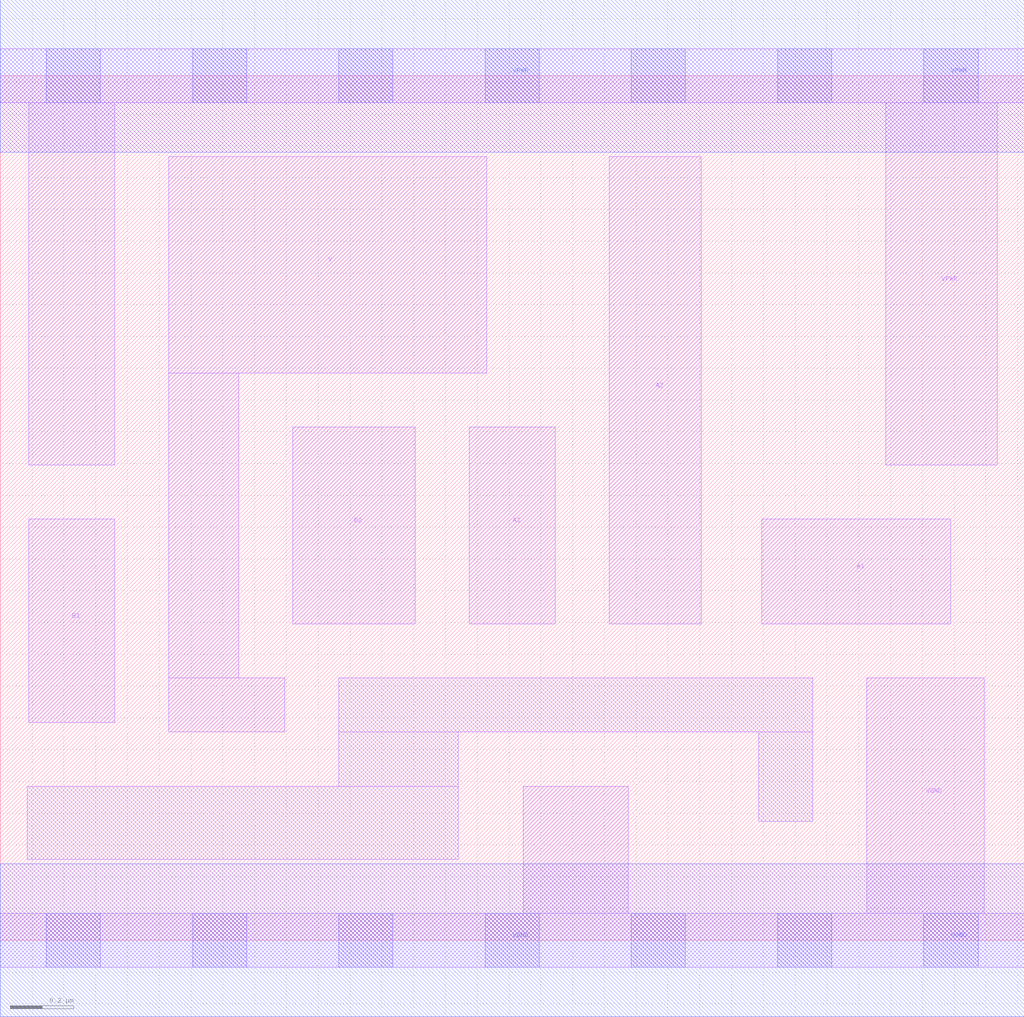
<source format=lef>
# Copyright 2020 The SkyWater PDK Authors
#
# Licensed under the Apache License, Version 2.0 (the "License");
# you may not use this file except in compliance with the License.
# You may obtain a copy of the License at
#
#     https://www.apache.org/licenses/LICENSE-2.0
#
# Unless required by applicable law or agreed to in writing, software
# distributed under the License is distributed on an "AS IS" BASIS,
# WITHOUT WARRANTIES OR CONDITIONS OF ANY KIND, either express or implied.
# See the License for the specific language governing permissions and
# limitations under the License.
#
# SPDX-License-Identifier: Apache-2.0

VERSION 5.7 ;
  NAMESCASESENSITIVE ON ;
  NOWIREEXTENSIONATPIN ON ;
  DIVIDERCHAR "/" ;
  BUSBITCHARS "[]" ;
UNITS
  DATABASE MICRONS 200 ;
END UNITS
PROPERTYDEFINITIONS
  MACRO maskLayoutSubType STRING ;
  MACRO prCellType STRING ;
  MACRO originalViewName STRING ;
END PROPERTYDEFINITIONS
MACRO sky130_fd_sc_hdll__o32ai_1
  CLASS CORE ;
  FOREIGN sky130_fd_sc_hdll__o32ai_1 ;
  ORIGIN  0.000000  0.000000 ;
  SIZE  3.220000 BY  2.720000 ;
  SYMMETRY X Y R90 ;
  SITE unithd ;
  PIN A1
    ANTENNAGATEAREA  0.277500 ;
    DIRECTION INPUT ;
    USE SIGNAL ;
    PORT
      LAYER li1 ;
        RECT 2.395000 0.995000 2.990000 1.325000 ;
    END
  END A1
  PIN A2
    ANTENNAGATEAREA  0.277500 ;
    DIRECTION INPUT ;
    USE SIGNAL ;
    PORT
      LAYER li1 ;
        RECT 1.915000 0.995000 2.205000 2.465000 ;
    END
  END A2
  PIN A3
    ANTENNAGATEAREA  0.277500 ;
    DIRECTION INPUT ;
    USE SIGNAL ;
    PORT
      LAYER li1 ;
        RECT 1.475000 0.995000 1.745000 1.615000 ;
    END
  END A3
  PIN B1
    ANTENNAGATEAREA  0.277500 ;
    DIRECTION INPUT ;
    USE SIGNAL ;
    PORT
      LAYER li1 ;
        RECT 0.090000 0.685000 0.360000 1.325000 ;
    END
  END B1
  PIN B2
    ANTENNAGATEAREA  0.277500 ;
    DIRECTION INPUT ;
    USE SIGNAL ;
    PORT
      LAYER li1 ;
        RECT 0.920000 0.995000 1.305000 1.615000 ;
    END
  END B2
  PIN VGND
    ANTENNADIFFAREA  0.601250 ;
    DIRECTION INOUT ;
    USE SIGNAL ;
    PORT
      LAYER li1 ;
        RECT 0.000000 -0.085000 3.220000 0.085000 ;
        RECT 1.645000  0.085000 1.975000 0.485000 ;
        RECT 2.725000  0.085000 3.095000 0.825000 ;
      LAYER mcon ;
        RECT 0.145000 -0.085000 0.315000 0.085000 ;
        RECT 0.605000 -0.085000 0.775000 0.085000 ;
        RECT 1.065000 -0.085000 1.235000 0.085000 ;
        RECT 1.525000 -0.085000 1.695000 0.085000 ;
        RECT 1.985000 -0.085000 2.155000 0.085000 ;
        RECT 2.445000 -0.085000 2.615000 0.085000 ;
        RECT 2.905000 -0.085000 3.075000 0.085000 ;
      LAYER met1 ;
        RECT 0.000000 -0.240000 3.220000 0.240000 ;
    END
  END VGND
  PIN VPWR
    ANTENNADIFFAREA  0.560000 ;
    DIRECTION INOUT ;
    USE SIGNAL ;
    PORT
      LAYER li1 ;
        RECT 0.000000 2.635000 3.220000 2.805000 ;
        RECT 0.090000 1.495000 0.360000 2.635000 ;
        RECT 2.785000 1.495000 3.135000 2.635000 ;
      LAYER mcon ;
        RECT 0.145000 2.635000 0.315000 2.805000 ;
        RECT 0.605000 2.635000 0.775000 2.805000 ;
        RECT 1.065000 2.635000 1.235000 2.805000 ;
        RECT 1.525000 2.635000 1.695000 2.805000 ;
        RECT 1.985000 2.635000 2.155000 2.805000 ;
        RECT 2.445000 2.635000 2.615000 2.805000 ;
        RECT 2.905000 2.635000 3.075000 2.805000 ;
      LAYER met1 ;
        RECT 0.000000 2.480000 3.220000 2.960000 ;
    END
  END VPWR
  PIN Y
    ANTENNADIFFAREA  0.758750 ;
    DIRECTION OUTPUT ;
    USE SIGNAL ;
    PORT
      LAYER li1 ;
        RECT 0.530000 0.655000 0.895000 0.825000 ;
        RECT 0.530000 0.825000 0.750000 1.785000 ;
        RECT 0.530000 1.785000 1.530000 2.465000 ;
    END
  END Y
  OBS
    LAYER li1 ;
      RECT 0.085000 0.255000 1.440000 0.485000 ;
      RECT 1.065000 0.485000 1.440000 0.655000 ;
      RECT 1.065000 0.655000 2.555000 0.825000 ;
      RECT 2.385000 0.375000 2.555000 0.655000 ;
  END
  PROPERTY maskLayoutSubType "abstract" ;
  PROPERTY prCellType "standard" ;
  PROPERTY originalViewName "layout" ;
END sky130_fd_sc_hdll__o32ai_1

</source>
